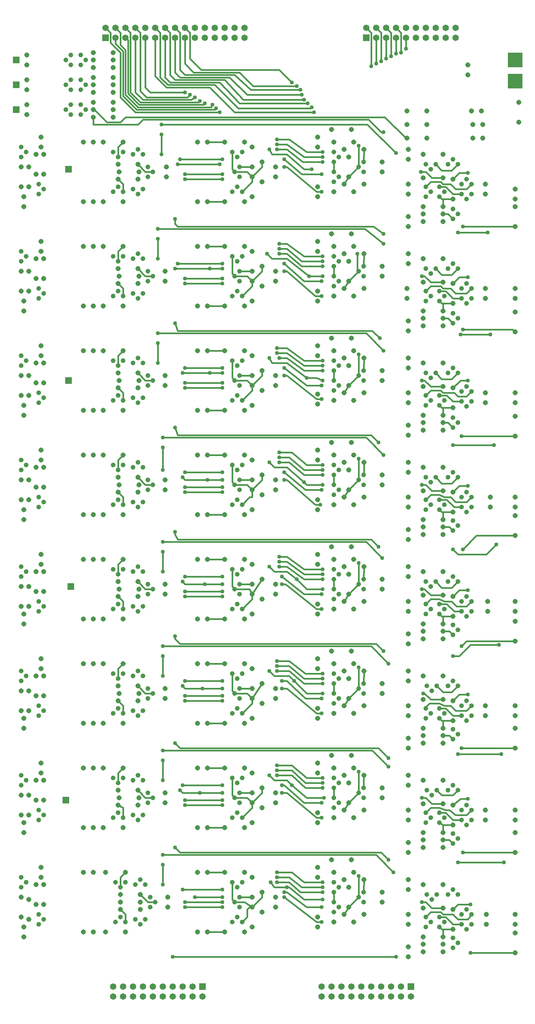
<source format=gtl>
G75*
G70*
%OFA0B0*%
%FSLAX24Y24*%
%IPPOS*%
%LPD*%
%AMOC8*
5,1,8,0,0,1.08239X$1,22.5*
%
%ADD10C,0.0515*%
%ADD11C,0.0476*%
%ADD12R,0.0650X0.0650*%
%ADD13C,0.0650*%
%ADD14R,0.0709X0.0709*%
%ADD15R,0.1500X0.1500*%
%ADD16C,0.0160*%
%ADD17C,0.0400*%
D10*
X001850Y010125D03*
X001850Y011125D03*
X002350Y011875D03*
X001600Y012125D03*
X002350Y013875D03*
X001600Y014125D03*
X003100Y013375D03*
X003850Y013375D03*
X003850Y015375D03*
X003600Y016125D03*
X003100Y015375D03*
X003600Y017125D03*
X001850Y020625D03*
X001850Y021625D03*
X001600Y022375D03*
X002350Y022375D03*
X003100Y023875D03*
X002350Y024375D03*
X001600Y024375D03*
X003100Y025875D03*
X003600Y026625D03*
X003850Y025875D03*
X003600Y027625D03*
X001850Y031125D03*
X001850Y032125D03*
X001600Y032875D03*
X002350Y032875D03*
X003100Y034375D03*
X002350Y034875D03*
X001600Y034875D03*
X003100Y036375D03*
X003600Y037125D03*
X003850Y036375D03*
X003600Y038125D03*
X001850Y041625D03*
X001850Y042625D03*
X001600Y043375D03*
X002350Y043375D03*
X003100Y044875D03*
X002350Y045375D03*
X001600Y045375D03*
X003100Y046875D03*
X003600Y047625D03*
X003850Y046875D03*
X003600Y048625D03*
X003850Y044875D03*
X007850Y042125D03*
X008850Y042125D03*
X009850Y042125D03*
X011350Y044375D03*
X011475Y045125D03*
X011350Y045875D03*
X011850Y048125D03*
X013350Y045875D03*
X013475Y045125D03*
X013350Y044375D03*
X011850Y042125D03*
X011850Y037625D03*
X011350Y035375D03*
X011475Y034625D03*
X011350Y033875D03*
X011850Y031625D03*
X013350Y033875D03*
X013475Y034625D03*
X013350Y035375D03*
X016100Y035125D03*
X016100Y034125D03*
X019350Y031625D03*
X020350Y031625D03*
X022100Y031625D03*
X024100Y031625D03*
X024850Y032125D03*
X025850Y033625D03*
X024850Y034125D03*
X024850Y035125D03*
X025850Y035625D03*
X024850Y037125D03*
X024100Y037625D03*
X022100Y037625D03*
X020350Y037625D03*
X019350Y037625D03*
X019350Y042125D03*
X020350Y042125D03*
X022100Y042125D03*
X024100Y042125D03*
X024850Y042625D03*
X025850Y044125D03*
X024850Y044625D03*
X024850Y045625D03*
X025850Y046125D03*
X024850Y047625D03*
X024100Y048125D03*
X022100Y048125D03*
X020350Y048125D03*
X019350Y048125D03*
X019350Y052625D03*
X020350Y052625D03*
X022100Y052625D03*
X024100Y052625D03*
X024850Y053125D03*
X025850Y054625D03*
X024850Y055125D03*
X024850Y056125D03*
X024850Y058125D03*
X024100Y058625D03*
X025850Y056625D03*
X027225Y056125D03*
X027225Y055125D03*
X024100Y063125D03*
X024850Y063625D03*
X025850Y065125D03*
X024850Y065625D03*
X024850Y066625D03*
X024850Y068625D03*
X024100Y069125D03*
X025850Y067125D03*
X027225Y066625D03*
X027225Y065625D03*
X024100Y073625D03*
X024850Y074125D03*
X024850Y076125D03*
X024850Y077125D03*
X025850Y077625D03*
X024850Y079125D03*
X024100Y079625D03*
X022100Y079625D03*
X020350Y079625D03*
X019350Y079625D03*
X019350Y084125D03*
X020350Y084125D03*
X022100Y084125D03*
X024100Y084125D03*
X024850Y084625D03*
X024850Y086625D03*
X024850Y087625D03*
X025850Y088125D03*
X024850Y089625D03*
X024100Y090125D03*
X022100Y090125D03*
X020350Y090125D03*
X019350Y090125D03*
X016225Y087625D03*
X016225Y086625D03*
X013475Y087125D03*
X013350Y086375D03*
X013350Y087875D03*
X011850Y090125D03*
X011350Y087875D03*
X011475Y087125D03*
X011350Y086375D03*
X011850Y084125D03*
X009850Y084125D03*
X008850Y084125D03*
X007850Y084125D03*
X007850Y079625D03*
X008850Y079625D03*
X009850Y079625D03*
X011350Y077375D03*
X011475Y076625D03*
X011350Y075875D03*
X011850Y073625D03*
X013350Y075875D03*
X013475Y076625D03*
X013350Y077375D03*
X011850Y079625D03*
X009850Y073625D03*
X008850Y073625D03*
X007850Y073625D03*
X007850Y069125D03*
X008850Y069125D03*
X009850Y069125D03*
X011350Y066875D03*
X011475Y066125D03*
X011350Y065375D03*
X011850Y063125D03*
X013350Y065375D03*
X013475Y066125D03*
X013350Y066875D03*
X011850Y069125D03*
X009850Y063125D03*
X008850Y063125D03*
X007850Y063125D03*
X007850Y058625D03*
X008850Y058625D03*
X009850Y058625D03*
X011350Y056375D03*
X011475Y055625D03*
X011350Y054875D03*
X011850Y052625D03*
X013350Y054875D03*
X013475Y055625D03*
X013350Y056375D03*
X011850Y058625D03*
X009850Y052625D03*
X008850Y052625D03*
X007850Y052625D03*
X007850Y048125D03*
X008850Y048125D03*
X009850Y048125D03*
X009850Y037625D03*
X008850Y037625D03*
X007850Y037625D03*
X007850Y031625D03*
X008850Y031625D03*
X009850Y031625D03*
X009850Y027125D03*
X008850Y027125D03*
X007850Y027125D03*
X007850Y021125D03*
X008850Y021125D03*
X009850Y021125D03*
X011350Y023375D03*
X011475Y024125D03*
X011350Y024875D03*
X011850Y027125D03*
X013350Y024875D03*
X013475Y024125D03*
X013350Y023375D03*
X011850Y021125D03*
X012100Y016625D03*
X011600Y014375D03*
X011600Y013625D03*
X011600Y012875D03*
X012100Y010625D03*
X013600Y012875D03*
X013600Y013625D03*
X013600Y014375D03*
X016350Y014125D03*
X016350Y013125D03*
X019350Y010625D03*
X020350Y010625D03*
X022100Y010625D03*
X024100Y010625D03*
X024850Y011125D03*
X025850Y012625D03*
X024850Y013125D03*
X024850Y014125D03*
X025850Y014625D03*
X024850Y016125D03*
X024100Y016625D03*
X022100Y016625D03*
X020350Y016625D03*
X019350Y016625D03*
X019350Y021125D03*
X020350Y021125D03*
X022100Y021125D03*
X024100Y021125D03*
X024850Y021625D03*
X025850Y023125D03*
X024850Y023625D03*
X024850Y024625D03*
X025850Y025125D03*
X024850Y026625D03*
X024100Y027125D03*
X022100Y027125D03*
X020350Y027125D03*
X019350Y027125D03*
X016100Y024625D03*
X016100Y023625D03*
X010100Y016625D03*
X008850Y016625D03*
X007850Y016625D03*
X007850Y010625D03*
X008850Y010625D03*
X010100Y010625D03*
X003850Y023875D03*
X003850Y034375D03*
X001850Y052125D03*
X001850Y053125D03*
X001600Y054125D03*
X002350Y054125D03*
X003100Y055375D03*
X002350Y056125D03*
X001600Y056125D03*
X003100Y057375D03*
X003600Y058125D03*
X003850Y057375D03*
X003600Y059125D03*
X003850Y055375D03*
X001850Y062625D03*
X001850Y063625D03*
X001600Y064625D03*
X002350Y064625D03*
X003100Y065875D03*
X002350Y066625D03*
X001600Y066625D03*
X003100Y067875D03*
X003600Y068625D03*
X003850Y067875D03*
X003600Y069625D03*
X003850Y065875D03*
X001850Y073125D03*
X001850Y074125D03*
X001600Y075125D03*
X002350Y075125D03*
X003100Y076375D03*
X002350Y077125D03*
X001600Y077125D03*
X003100Y078375D03*
X003600Y079125D03*
X003850Y078375D03*
X003600Y080125D03*
X003850Y076375D03*
X001850Y083625D03*
X001850Y084625D03*
X001600Y085625D03*
X002350Y085625D03*
X003100Y086875D03*
X002350Y087625D03*
X001600Y087625D03*
X003100Y088875D03*
X003600Y089625D03*
X003850Y088875D03*
X003600Y090625D03*
X002150Y092875D03*
X002150Y093875D03*
X002150Y095375D03*
X002150Y096375D03*
X002150Y097875D03*
X002150Y098875D03*
X007850Y090125D03*
X008850Y090125D03*
X009850Y090125D03*
X008850Y092625D03*
X008850Y093375D03*
X008850Y094125D03*
X008850Y095125D03*
X008850Y095875D03*
X008850Y096625D03*
X008850Y097625D03*
X008850Y098375D03*
X008850Y099125D03*
X010850Y099125D03*
X010850Y098375D03*
X010850Y097625D03*
X010850Y096625D03*
X010850Y095875D03*
X010850Y095125D03*
X010850Y094125D03*
X010850Y093375D03*
X010850Y092625D03*
X003850Y086875D03*
X016100Y077125D03*
X016100Y076125D03*
X019350Y073625D03*
X020350Y073625D03*
X022100Y073625D03*
X022100Y069125D03*
X020350Y069125D03*
X019350Y069125D03*
X016100Y066625D03*
X016100Y065625D03*
X019350Y063125D03*
X020350Y063125D03*
X022100Y063125D03*
X022100Y058625D03*
X020350Y058625D03*
X019350Y058625D03*
X016100Y056125D03*
X016100Y055125D03*
X016100Y045625D03*
X016100Y044625D03*
X027225Y044625D03*
X027225Y045625D03*
X031475Y043625D03*
X031475Y042625D03*
X033100Y043125D03*
X034130Y043875D03*
X034600Y044625D03*
X035100Y043125D03*
X036130Y043875D03*
X034600Y046625D03*
X034130Y047375D03*
X035100Y048125D03*
X034850Y049375D03*
X036130Y047375D03*
X037975Y046125D03*
X037975Y045125D03*
X040600Y043875D03*
X040600Y042875D03*
X040600Y040625D03*
X040600Y039625D03*
X042100Y040125D03*
X042100Y040875D03*
X042100Y041625D03*
X044100Y041625D03*
X044100Y040875D03*
X044100Y040125D03*
X045100Y042375D03*
X045100Y044375D03*
X044100Y044500D03*
X044100Y046875D03*
X042100Y046875D03*
X042100Y044500D03*
X040600Y046375D03*
X040600Y047375D03*
X040600Y050125D03*
X040600Y051125D03*
X040600Y053375D03*
X040600Y054375D03*
X040600Y056875D03*
X040600Y057875D03*
X042100Y057375D03*
X042100Y055000D03*
X044100Y055000D03*
X045100Y054875D03*
X045100Y052875D03*
X044100Y052125D03*
X044100Y051375D03*
X044100Y050625D03*
X042100Y050625D03*
X042100Y051375D03*
X042100Y052125D03*
X044100Y057375D03*
X044100Y061125D03*
X044100Y061875D03*
X044100Y062625D03*
X045100Y063375D03*
X045100Y065375D03*
X044100Y065500D03*
X042100Y065500D03*
X042100Y062625D03*
X042100Y061875D03*
X042100Y061125D03*
X040600Y060625D03*
X040600Y061625D03*
X040600Y063875D03*
X040600Y064875D03*
X040600Y067375D03*
X040600Y068375D03*
X042100Y067875D03*
X044100Y067875D03*
X044100Y071625D03*
X044100Y072375D03*
X044100Y073125D03*
X045100Y073875D03*
X045100Y075875D03*
X044100Y076000D03*
X042100Y076000D03*
X042100Y073125D03*
X042100Y072375D03*
X042100Y071625D03*
X040600Y071125D03*
X040600Y072125D03*
X040475Y074375D03*
X040475Y075375D03*
X040600Y077875D03*
X040600Y078875D03*
X042100Y078375D03*
X044100Y078375D03*
X044100Y082125D03*
X044100Y082875D03*
X044100Y083625D03*
X045100Y084375D03*
X045100Y086375D03*
X044100Y086500D03*
X042100Y086500D03*
X042100Y083625D03*
X042100Y082875D03*
X042100Y082125D03*
X040600Y081625D03*
X040600Y082625D03*
X040600Y084875D03*
X040600Y085875D03*
X040600Y088375D03*
X040600Y089375D03*
X040475Y090500D03*
X040475Y091875D03*
X040475Y093250D03*
X042475Y093250D03*
X042475Y091875D03*
X042475Y090500D03*
X042100Y088875D03*
X044100Y088875D03*
X047100Y090500D03*
X047100Y091875D03*
X048100Y091875D03*
X048100Y090500D03*
X047975Y093250D03*
X046975Y093250D03*
X046600Y096875D03*
X046600Y097875D03*
X051725Y094125D03*
X051725Y092125D03*
X051350Y085375D03*
X051350Y084375D03*
X051350Y083625D03*
X051350Y081625D03*
X048350Y084875D03*
X048350Y085875D03*
X048350Y075375D03*
X048350Y074375D03*
X051350Y074375D03*
X051350Y075375D03*
X051350Y073000D03*
X051350Y071000D03*
X051350Y064875D03*
X051350Y063875D03*
X051350Y062500D03*
X051350Y060500D03*
X048350Y063875D03*
X048350Y064875D03*
X048850Y054375D03*
X048850Y053375D03*
X051350Y053375D03*
X051350Y052500D03*
X051350Y054375D03*
X051350Y050500D03*
X051350Y043875D03*
X051350Y042875D03*
X051350Y041875D03*
X051350Y039875D03*
X048600Y042875D03*
X048600Y043875D03*
X044100Y036375D03*
X044100Y034000D03*
X045100Y033875D03*
X045100Y031875D03*
X044100Y031125D03*
X044100Y030375D03*
X044100Y029625D03*
X042100Y029625D03*
X042100Y030375D03*
X042100Y031125D03*
X040600Y030125D03*
X040600Y029125D03*
X040600Y026375D03*
X040600Y025375D03*
X040600Y022875D03*
X040600Y021875D03*
X040600Y019625D03*
X040600Y018625D03*
X040600Y015875D03*
X040600Y014875D03*
X042100Y015375D03*
X042100Y013000D03*
X040600Y012375D03*
X040600Y011375D03*
X040600Y009125D03*
X040600Y008125D03*
X042100Y008625D03*
X042100Y009375D03*
X042100Y010125D03*
X044100Y010125D03*
X044100Y009375D03*
X044100Y008625D03*
X045100Y010875D03*
X045100Y012875D03*
X044100Y013000D03*
X044100Y015375D03*
X044100Y019125D03*
X044100Y019875D03*
X044100Y020625D03*
X045100Y021375D03*
X045100Y023375D03*
X044100Y023500D03*
X044100Y025875D03*
X042100Y025875D03*
X042100Y023500D03*
X042100Y020625D03*
X042100Y019875D03*
X042100Y019125D03*
X037975Y014625D03*
X037975Y013625D03*
X036130Y012375D03*
X035100Y011625D03*
X034130Y012375D03*
X034600Y013125D03*
X034600Y015125D03*
X034130Y015875D03*
X035100Y016625D03*
X034850Y017875D03*
X036130Y015875D03*
X033100Y016625D03*
X032850Y017875D03*
X031475Y017125D03*
X031475Y016125D03*
X031475Y012125D03*
X031475Y011125D03*
X033100Y011625D03*
X031475Y021625D03*
X031475Y022625D03*
X033100Y022125D03*
X034130Y022875D03*
X034600Y023625D03*
X035100Y022125D03*
X036130Y022875D03*
X034600Y025625D03*
X034130Y026375D03*
X035100Y027125D03*
X034850Y028375D03*
X036130Y026375D03*
X037975Y025125D03*
X037975Y024125D03*
X040600Y032375D03*
X040600Y033375D03*
X040600Y035875D03*
X040600Y036875D03*
X042100Y036375D03*
X042100Y034000D03*
X037975Y034625D03*
X037975Y035625D03*
X036130Y036875D03*
X035100Y037625D03*
X034130Y036875D03*
X034600Y036125D03*
X034600Y034125D03*
X034130Y033375D03*
X035100Y032625D03*
X036130Y033375D03*
X033100Y032625D03*
X031475Y032125D03*
X031475Y033125D03*
X031475Y037125D03*
X031475Y038125D03*
X032850Y038875D03*
X033100Y037625D03*
X034850Y038875D03*
X031475Y047625D03*
X031475Y048625D03*
X032850Y049375D03*
X033100Y048125D03*
X031475Y053125D03*
X031475Y054125D03*
X033100Y053625D03*
X034130Y054375D03*
X034600Y055125D03*
X035100Y053625D03*
X036130Y054375D03*
X034600Y057125D03*
X034130Y057875D03*
X035100Y058625D03*
X034850Y059875D03*
X036130Y057875D03*
X037975Y056625D03*
X037975Y055625D03*
X035100Y064125D03*
X034130Y064875D03*
X034600Y065625D03*
X034600Y067625D03*
X034130Y068375D03*
X035100Y069125D03*
X034850Y070375D03*
X036130Y068375D03*
X036130Y064875D03*
X037975Y066125D03*
X037975Y067125D03*
X035100Y074625D03*
X034130Y075375D03*
X034600Y076125D03*
X036130Y075375D03*
X034600Y078125D03*
X034130Y078875D03*
X035100Y079625D03*
X034850Y080875D03*
X036130Y078875D03*
X037975Y077625D03*
X037975Y076625D03*
X035100Y085125D03*
X034130Y085875D03*
X034600Y086625D03*
X036130Y085875D03*
X034600Y088625D03*
X034130Y089375D03*
X035100Y090125D03*
X034850Y091375D03*
X036130Y089375D03*
X037975Y088125D03*
X037975Y087125D03*
X033100Y085125D03*
X031475Y085625D03*
X031475Y084625D03*
X032850Y080875D03*
X033100Y079625D03*
X031475Y079125D03*
X031475Y080125D03*
X031475Y075125D03*
X031475Y074125D03*
X033100Y074625D03*
X032850Y070375D03*
X033100Y069125D03*
X031475Y068625D03*
X031475Y069625D03*
X031475Y064750D03*
X031475Y063750D03*
X033100Y064125D03*
X032850Y059875D03*
X033100Y058625D03*
X031475Y058125D03*
X031475Y059125D03*
X025850Y075625D03*
X027225Y076125D03*
X027225Y077125D03*
X025850Y086125D03*
X027225Y086625D03*
X027225Y087625D03*
X031475Y089625D03*
X031475Y090625D03*
X032850Y091375D03*
X033100Y090125D03*
X027225Y035125D03*
X027225Y034125D03*
X031475Y027625D03*
X031475Y026625D03*
X032850Y028375D03*
X033100Y027125D03*
X027225Y024625D03*
X027225Y023625D03*
X027225Y014125D03*
X027225Y013125D03*
X048350Y021875D03*
X048350Y022875D03*
X051350Y022875D03*
X051350Y021875D03*
X051350Y020625D03*
X051350Y018625D03*
X051350Y012375D03*
X051350Y011375D03*
X051350Y010500D03*
X051350Y008500D03*
X048475Y011375D03*
X048475Y012375D03*
X051350Y029125D03*
X051350Y031125D03*
X051350Y032375D03*
X051350Y033375D03*
X048350Y033375D03*
X048350Y032375D03*
D11*
X046975Y032375D03*
X046475Y031875D03*
X045975Y032375D03*
X045975Y033375D03*
X046475Y033875D03*
X046975Y033375D03*
X045600Y035375D03*
X045100Y035875D03*
X044600Y035375D03*
X043475Y035375D03*
X042975Y034875D03*
X042475Y035375D03*
X042350Y033125D03*
X042850Y032625D03*
X042350Y032125D03*
X043725Y032125D03*
X044225Y032625D03*
X043725Y033125D03*
X045100Y031000D03*
X045600Y030500D03*
X045100Y030000D03*
X045100Y025375D03*
X044600Y024875D03*
X045600Y024875D03*
X046475Y023375D03*
X045975Y022875D03*
X045975Y021875D03*
X046475Y021375D03*
X046975Y021875D03*
X046975Y022875D03*
X045600Y020000D03*
X045100Y020500D03*
X045100Y019500D03*
X043725Y021625D03*
X044225Y022125D03*
X043725Y022625D03*
X042850Y022125D03*
X042350Y022625D03*
X042350Y021625D03*
X042975Y024375D03*
X042475Y024875D03*
X043475Y024875D03*
X045100Y014875D03*
X044600Y014375D03*
X045600Y014375D03*
X046475Y012875D03*
X045975Y012375D03*
X045975Y011375D03*
X046475Y010875D03*
X046975Y011375D03*
X046975Y012375D03*
X045600Y009500D03*
X045100Y010000D03*
X045100Y009000D03*
X043725Y011125D03*
X044225Y011625D03*
X043725Y012125D03*
X042850Y011625D03*
X042350Y012125D03*
X042350Y011125D03*
X042975Y013875D03*
X042475Y014375D03*
X043475Y014375D03*
X036100Y014625D03*
X035600Y014125D03*
X036100Y013625D03*
X033600Y013125D03*
X033100Y012625D03*
X033100Y013625D03*
X033100Y014625D03*
X033600Y015125D03*
X033100Y015625D03*
X033100Y023125D03*
X033600Y023625D03*
X033100Y024125D03*
X033100Y025125D03*
X033600Y025625D03*
X033100Y026125D03*
X035600Y024625D03*
X036100Y024125D03*
X036100Y025125D03*
X033100Y033625D03*
X033600Y034125D03*
X033100Y034625D03*
X033100Y035625D03*
X033600Y036125D03*
X033100Y036625D03*
X035600Y035125D03*
X036100Y034625D03*
X036100Y035625D03*
X033100Y044125D03*
X033600Y044625D03*
X033100Y045125D03*
X033100Y046125D03*
X033600Y046625D03*
X033100Y047125D03*
X035600Y045625D03*
X036100Y045125D03*
X036100Y046125D03*
X033100Y054625D03*
X033600Y055125D03*
X033100Y055625D03*
X033100Y056625D03*
X033600Y057125D03*
X033100Y057625D03*
X035600Y056125D03*
X036100Y055625D03*
X036100Y056625D03*
X033100Y065125D03*
X033600Y065625D03*
X033100Y066125D03*
X033100Y067125D03*
X033600Y067625D03*
X033100Y068125D03*
X035600Y066625D03*
X036100Y066125D03*
X036100Y067125D03*
X033100Y075625D03*
X033600Y076125D03*
X033100Y076625D03*
X033100Y077625D03*
X033600Y078125D03*
X033100Y078625D03*
X035600Y077125D03*
X036100Y077625D03*
X036100Y076625D03*
X033100Y086125D03*
X033600Y086625D03*
X033100Y087125D03*
X033100Y088125D03*
X033600Y088625D03*
X033100Y089125D03*
X035600Y087625D03*
X036100Y088125D03*
X036100Y087125D03*
X042350Y087875D03*
X042850Y087375D03*
X043350Y087875D03*
X044600Y087875D03*
X045100Y088375D03*
X045600Y087875D03*
X046475Y086375D03*
X045975Y085875D03*
X045975Y084875D03*
X046475Y084375D03*
X046975Y084875D03*
X046975Y085875D03*
X045600Y082875D03*
X045100Y082375D03*
X045100Y083375D03*
X043725Y084625D03*
X044225Y085125D03*
X043725Y085625D03*
X042850Y085125D03*
X042350Y085625D03*
X042350Y084625D03*
X042350Y077375D03*
X042850Y076875D03*
X043350Y077375D03*
X044600Y077375D03*
X045100Y077875D03*
X045600Y077375D03*
X046475Y075875D03*
X045975Y075375D03*
X045975Y074375D03*
X046475Y073875D03*
X046975Y074375D03*
X046975Y075375D03*
X045600Y072375D03*
X045100Y071875D03*
X045100Y072875D03*
X043725Y074125D03*
X044225Y074625D03*
X043725Y075125D03*
X042850Y074625D03*
X042350Y075125D03*
X042350Y074125D03*
X042350Y066875D03*
X042850Y066375D03*
X043350Y066875D03*
X044600Y066875D03*
X045100Y067375D03*
X045600Y066875D03*
X046475Y065500D03*
X045975Y065000D03*
X045975Y064000D03*
X046475Y063500D03*
X046975Y064000D03*
X046975Y065000D03*
X045600Y061875D03*
X045100Y062375D03*
X045100Y061375D03*
X043725Y063625D03*
X044225Y064125D03*
X043725Y064625D03*
X042850Y064125D03*
X042350Y064625D03*
X042350Y063625D03*
X042350Y056375D03*
X042850Y055875D03*
X043350Y056375D03*
X044600Y056375D03*
X045100Y056875D03*
X045600Y056375D03*
X046475Y054875D03*
X045975Y054375D03*
X045975Y053375D03*
X046475Y052875D03*
X046975Y053375D03*
X046975Y054375D03*
X045600Y051500D03*
X045100Y052000D03*
X045100Y051000D03*
X043725Y053125D03*
X044225Y053625D03*
X043725Y054125D03*
X042850Y053625D03*
X042350Y054125D03*
X042350Y053125D03*
X042350Y045875D03*
X042850Y045375D03*
X043350Y045875D03*
X044600Y045875D03*
X045100Y046375D03*
X045600Y045875D03*
X046475Y044375D03*
X045975Y043875D03*
X045975Y042875D03*
X046475Y042375D03*
X046975Y042875D03*
X046975Y043875D03*
X045600Y041000D03*
X045100Y041500D03*
X045100Y040500D03*
X043725Y042625D03*
X044225Y043125D03*
X043725Y043625D03*
X042850Y043125D03*
X042350Y043625D03*
X042350Y042625D03*
X023850Y043125D03*
X023350Y043625D03*
X022850Y043125D03*
X023600Y044625D03*
X023100Y045125D03*
X023600Y045625D03*
X023350Y046625D03*
X022850Y047125D03*
X023850Y047125D03*
X023850Y053625D03*
X023350Y054125D03*
X022850Y053625D03*
X023600Y055125D03*
X023100Y055625D03*
X023600Y056125D03*
X023350Y057125D03*
X022850Y057625D03*
X023850Y057625D03*
X023850Y064125D03*
X023350Y064625D03*
X022850Y064125D03*
X023600Y065625D03*
X023100Y066125D03*
X023600Y066625D03*
X023350Y067625D03*
X022850Y068125D03*
X023850Y068125D03*
X023850Y074625D03*
X023350Y075125D03*
X022850Y074625D03*
X023600Y076125D03*
X023100Y076625D03*
X023600Y077125D03*
X023350Y078125D03*
X022850Y078625D03*
X023850Y078625D03*
X023850Y085125D03*
X023350Y085625D03*
X022850Y085125D03*
X023600Y086625D03*
X023100Y087125D03*
X023600Y087625D03*
X023350Y088625D03*
X022850Y089125D03*
X023850Y089125D03*
X014850Y087125D03*
X014350Y086625D03*
X014350Y087625D03*
X013850Y088875D03*
X013350Y089375D03*
X012850Y088875D03*
X011850Y089125D03*
X011350Y088625D03*
X010850Y089125D03*
X011350Y085625D03*
X010850Y085125D03*
X011850Y085125D03*
X012850Y085375D03*
X013350Y084875D03*
X013850Y085375D03*
X013350Y078875D03*
X012850Y078375D03*
X013850Y078375D03*
X014350Y077125D03*
X014850Y076625D03*
X014350Y076125D03*
X013850Y074875D03*
X013350Y074375D03*
X012850Y074875D03*
X011850Y074625D03*
X011350Y075125D03*
X010850Y074625D03*
X011350Y078125D03*
X010850Y078625D03*
X011850Y078625D03*
X013350Y068375D03*
X012850Y067875D03*
X013850Y067875D03*
X014350Y066625D03*
X014850Y066125D03*
X014350Y065625D03*
X013850Y064375D03*
X013350Y063875D03*
X012850Y064375D03*
X011850Y064125D03*
X011350Y064625D03*
X010850Y064125D03*
X011350Y067625D03*
X010850Y068125D03*
X011850Y068125D03*
X013350Y057875D03*
X012850Y057375D03*
X013850Y057375D03*
X014350Y056125D03*
X014850Y055625D03*
X014350Y055125D03*
X013850Y053875D03*
X013350Y053375D03*
X012850Y053875D03*
X011850Y053625D03*
X011350Y054125D03*
X010850Y053625D03*
X011350Y057125D03*
X010850Y057625D03*
X011850Y057625D03*
X013350Y047375D03*
X012850Y046875D03*
X013850Y046875D03*
X014350Y045625D03*
X014850Y045125D03*
X014350Y044625D03*
X013850Y043375D03*
X013350Y042875D03*
X012850Y043375D03*
X011850Y043125D03*
X011350Y043625D03*
X010850Y043125D03*
X011350Y046625D03*
X010850Y047125D03*
X011850Y047125D03*
X013350Y036875D03*
X012850Y036375D03*
X013850Y036375D03*
X014350Y035125D03*
X014850Y034625D03*
X014350Y034125D03*
X013850Y032875D03*
X013350Y032375D03*
X012850Y032875D03*
X011850Y032625D03*
X011350Y033125D03*
X010850Y032625D03*
X011350Y036125D03*
X010850Y036625D03*
X011850Y036625D03*
X013350Y026375D03*
X012850Y025875D03*
X013850Y025875D03*
X014350Y024625D03*
X014850Y024125D03*
X014350Y023625D03*
X013850Y022375D03*
X013350Y021875D03*
X012850Y022375D03*
X011850Y022125D03*
X011350Y022625D03*
X010850Y022125D03*
X011350Y025625D03*
X010850Y026125D03*
X011850Y026125D03*
X013600Y015875D03*
X013100Y015375D03*
X014100Y015375D03*
X014600Y014125D03*
X015100Y013625D03*
X014600Y013125D03*
X014100Y011875D03*
X013600Y011375D03*
X013100Y011875D03*
X012100Y011625D03*
X011600Y012125D03*
X011100Y011625D03*
X011600Y015125D03*
X011100Y015625D03*
X012100Y015625D03*
X003850Y011875D03*
X003350Y011375D03*
X003350Y012375D03*
X001600Y015125D03*
X002100Y015625D03*
X001600Y016125D03*
X003350Y021875D03*
X003850Y022375D03*
X003350Y022875D03*
X001600Y025375D03*
X002100Y025875D03*
X001600Y026375D03*
X003350Y032375D03*
X003850Y032875D03*
X003350Y033375D03*
X001600Y035875D03*
X002100Y036375D03*
X001600Y036875D03*
X003350Y042875D03*
X003850Y043375D03*
X003350Y043875D03*
X001600Y046375D03*
X002100Y046875D03*
X001600Y047375D03*
X003350Y053375D03*
X003850Y053875D03*
X003350Y054375D03*
X001600Y057125D03*
X002100Y057625D03*
X001600Y058125D03*
X003350Y063875D03*
X003850Y064375D03*
X003350Y064875D03*
X001600Y067625D03*
X002100Y068125D03*
X001600Y068625D03*
X003350Y074375D03*
X003850Y074875D03*
X003350Y075375D03*
X001600Y078125D03*
X002100Y078625D03*
X001600Y079125D03*
X003350Y084875D03*
X003850Y085375D03*
X003350Y085875D03*
X001600Y088625D03*
X002100Y089125D03*
X001600Y089625D03*
X006100Y093375D03*
X006600Y092875D03*
X006600Y093875D03*
X007600Y093875D03*
X008100Y093375D03*
X007600Y092875D03*
X007600Y095375D03*
X008100Y095875D03*
X007600Y096375D03*
X007600Y097875D03*
X008100Y098375D03*
X007600Y098875D03*
X006600Y098875D03*
X006100Y098375D03*
X006600Y097875D03*
X006600Y096375D03*
X006100Y095875D03*
X006600Y095375D03*
X022850Y036625D03*
X023350Y036125D03*
X023850Y036625D03*
X023600Y035125D03*
X023100Y034625D03*
X023600Y034125D03*
X023350Y033125D03*
X022850Y032625D03*
X023850Y032625D03*
X023850Y026125D03*
X023350Y025625D03*
X022850Y026125D03*
X023600Y024625D03*
X023100Y024125D03*
X023600Y023625D03*
X023350Y022625D03*
X022850Y022125D03*
X023850Y022125D03*
X023850Y015625D03*
X023350Y015125D03*
X022850Y015625D03*
X023600Y014125D03*
X023100Y013625D03*
X023600Y013125D03*
X023350Y012125D03*
X022850Y011625D03*
X023850Y011625D03*
D12*
X019850Y005125D03*
X040850Y005125D03*
X036350Y100625D03*
X010100Y100625D03*
D13*
X010100Y101625D03*
X011100Y101625D03*
X011100Y100625D03*
X012100Y100625D03*
X012100Y101625D03*
X013100Y101625D03*
X013100Y100625D03*
X014100Y100625D03*
X014100Y101625D03*
X015100Y101625D03*
X015100Y100625D03*
X016100Y100625D03*
X016100Y101625D03*
X017100Y101625D03*
X017100Y100625D03*
X018100Y100625D03*
X018100Y101625D03*
X019100Y101625D03*
X019100Y100625D03*
X020100Y100625D03*
X020100Y101625D03*
X021100Y101625D03*
X021100Y100625D03*
X022100Y100625D03*
X022100Y101625D03*
X023100Y101625D03*
X023100Y100625D03*
X024100Y100625D03*
X024100Y101625D03*
X036350Y101625D03*
X037350Y101625D03*
X037350Y100625D03*
X038350Y100625D03*
X038350Y101625D03*
X039350Y101625D03*
X039350Y100625D03*
X040350Y100625D03*
X040350Y101625D03*
X041350Y101625D03*
X041350Y100625D03*
X042350Y100625D03*
X042350Y101625D03*
X043350Y101625D03*
X043350Y100625D03*
X044350Y100625D03*
X044350Y101625D03*
X045350Y101625D03*
X045350Y100625D03*
X039850Y005125D03*
X039850Y004125D03*
X038850Y004125D03*
X038850Y005125D03*
X037850Y005125D03*
X037850Y004125D03*
X036850Y004125D03*
X036850Y005125D03*
X035850Y005125D03*
X035850Y004125D03*
X034850Y004125D03*
X034850Y005125D03*
X033850Y005125D03*
X033850Y004125D03*
X032850Y004125D03*
X032850Y005125D03*
X031850Y005125D03*
X031850Y004125D03*
X040850Y004125D03*
X019850Y004125D03*
X018850Y004125D03*
X018850Y005125D03*
X017850Y005125D03*
X017850Y004125D03*
X016850Y004125D03*
X016850Y005125D03*
X015850Y005125D03*
X015850Y004125D03*
X014850Y004125D03*
X014850Y005125D03*
X013850Y005125D03*
X013850Y004125D03*
X012850Y004125D03*
X012850Y005125D03*
X011850Y005125D03*
X011850Y004125D03*
X010850Y004125D03*
X010850Y005125D03*
D14*
X006100Y023875D03*
X006600Y045375D03*
X006350Y066125D03*
X006350Y087375D03*
X001100Y093375D03*
X001100Y095875D03*
X001100Y098375D03*
D15*
X051350Y098375D03*
X051350Y096250D03*
D16*
X046600Y087000D02*
X045725Y087000D01*
X045100Y086375D01*
X044850Y085875D02*
X045350Y085375D01*
X046475Y085375D01*
X046975Y085875D01*
X045975Y084875D02*
X045100Y084875D01*
X044350Y085625D01*
X043725Y085625D01*
X044100Y085875D02*
X044850Y085875D01*
X044975Y087250D02*
X045600Y087875D01*
X044975Y087250D02*
X043975Y087250D01*
X043350Y087875D01*
X042350Y087125D02*
X042975Y086500D01*
X044100Y086500D01*
X043850Y086125D02*
X044100Y085875D01*
X043850Y086125D02*
X042850Y086125D01*
X042350Y085625D01*
X042350Y087125D02*
X041850Y087125D01*
X040475Y090500D02*
X040350Y090500D01*
X038225Y092625D01*
X012100Y092625D01*
X011600Y092125D01*
X010225Y092125D01*
X008975Y093375D01*
X008850Y093375D01*
X008850Y092625D02*
X008850Y091875D01*
X013350Y091875D01*
X013850Y092375D01*
X036600Y092375D01*
X037850Y091125D01*
X038100Y091125D01*
X036475Y091875D02*
X039350Y089000D01*
X036475Y091875D02*
X015725Y091875D01*
X015725Y090875D02*
X015725Y088875D01*
X014850Y087125D02*
X014100Y087125D01*
X013350Y087875D01*
X011850Y085875D02*
X011850Y085125D01*
X011850Y085875D02*
X011350Y086375D01*
X011350Y088625D02*
X011350Y089625D01*
X011850Y090125D01*
X013100Y093125D02*
X021600Y093125D01*
X021225Y093500D02*
X021100Y093375D01*
X013225Y093375D01*
X011850Y094750D01*
X011850Y099250D01*
X011100Y100000D01*
X011100Y100625D01*
X010600Y100125D02*
X011600Y099125D01*
X011600Y094625D01*
X013100Y093125D01*
X013350Y093625D02*
X012100Y094875D01*
X012100Y099375D01*
X011600Y099875D01*
X011600Y101125D01*
X011100Y101625D01*
X010600Y101125D02*
X010600Y100125D01*
X010600Y101125D02*
X010100Y101625D01*
X012100Y101625D02*
X012600Y101125D01*
X012600Y095125D01*
X013600Y094125D01*
X019475Y094125D01*
X019600Y094250D01*
X019975Y093875D02*
X013475Y093875D01*
X012350Y095000D01*
X012350Y100375D01*
X012100Y100625D01*
X013100Y100625D02*
X013100Y095125D01*
X013850Y094375D01*
X018725Y094375D01*
X019100Y094625D01*
X018600Y094875D02*
X018350Y094625D01*
X014225Y094625D01*
X013600Y095250D01*
X013600Y101125D01*
X013100Y101625D01*
X014100Y100625D02*
X014100Y095625D01*
X014600Y095125D01*
X018100Y095125D01*
X017600Y096625D02*
X017100Y097125D01*
X017100Y100625D01*
X017600Y101125D02*
X017100Y101625D01*
X016600Y101125D02*
X016600Y096875D01*
X017100Y096375D01*
X022100Y096375D01*
X023975Y094375D01*
X030100Y094375D01*
X030475Y094000D02*
X023600Y094000D01*
X021600Y096125D01*
X016600Y096125D01*
X016100Y096625D01*
X016100Y100625D01*
X016600Y101125D02*
X016100Y101625D01*
X015600Y101125D02*
X015600Y096625D01*
X016350Y095875D01*
X021100Y095875D01*
X023475Y093500D01*
X030725Y093500D01*
X030850Y093625D01*
X031100Y093125D02*
X023100Y093125D01*
X020600Y095625D01*
X016225Y095625D01*
X015100Y096750D01*
X015100Y100625D01*
X015600Y101125D02*
X015100Y101625D01*
X017600Y101125D02*
X017600Y097375D01*
X018100Y096875D01*
X023100Y096875D01*
X024725Y095375D01*
X029725Y095375D01*
X029850Y094875D02*
X024350Y094875D01*
X022600Y096625D01*
X017600Y096625D01*
X018100Y098000D02*
X018975Y097125D01*
X023600Y097125D01*
X024975Y095750D01*
X029350Y095750D01*
X028850Y096125D02*
X027600Y097375D01*
X019725Y097375D01*
X018600Y098500D01*
X018600Y101125D01*
X018100Y101625D01*
X018100Y100625D02*
X018100Y098000D01*
X020100Y094000D02*
X019975Y093875D01*
X020725Y093625D02*
X013350Y093625D01*
X017350Y087875D02*
X021600Y087875D01*
X021850Y088375D02*
X017600Y088375D01*
X018100Y086875D02*
X021850Y086875D01*
X021850Y086375D02*
X018100Y086375D01*
X020350Y084125D02*
X022100Y084125D01*
X023850Y085125D02*
X024850Y086125D01*
X024850Y086625D01*
X025850Y087625D01*
X025850Y088125D01*
X024850Y087625D02*
X023600Y087625D01*
X023100Y087125D02*
X022850Y087375D01*
X022850Y089125D01*
X022100Y090125D02*
X020350Y090125D01*
X020725Y093625D02*
X020850Y093875D01*
X023100Y087125D02*
X024350Y087125D01*
X024850Y086625D01*
X026850Y088875D02*
X026600Y089375D01*
X026850Y088875D02*
X028350Y088875D01*
X030100Y087375D01*
X030850Y087375D01*
X029850Y086875D02*
X028100Y088375D01*
X028100Y087625D02*
X028350Y087625D01*
X031350Y085125D01*
X031850Y085125D01*
X031850Y086875D02*
X029850Y086875D01*
X029975Y088125D02*
X028350Y089375D01*
X027350Y089375D01*
X027350Y089875D02*
X028350Y089875D01*
X030100Y088625D01*
X031975Y088625D01*
X031975Y088125D02*
X029975Y088125D01*
X030350Y089125D02*
X028600Y090375D01*
X027350Y090375D01*
X030350Y089125D02*
X031975Y089125D01*
X033100Y088125D02*
X033100Y087125D01*
X034600Y086625D02*
X034130Y085875D01*
X034600Y086625D02*
X035600Y087625D01*
X035600Y089750D01*
X036130Y089375D02*
X036100Y088125D01*
X037100Y081625D02*
X017350Y081625D01*
X017100Y081875D01*
X017100Y082375D01*
X015350Y081375D02*
X036225Y081375D01*
X038100Y079875D01*
X038100Y080875D02*
X037100Y081625D01*
X036130Y078875D02*
X036100Y077625D01*
X035600Y077125D02*
X035475Y077250D01*
X035475Y078875D01*
X035600Y077125D02*
X034600Y076125D01*
X034130Y075375D01*
X033100Y076625D02*
X033100Y077625D01*
X031975Y077625D02*
X029850Y077625D01*
X028350Y078875D01*
X027600Y078875D01*
X027600Y079375D02*
X028350Y079375D01*
X029850Y078125D01*
X031975Y078125D01*
X031975Y078625D02*
X030100Y078625D01*
X028350Y079875D01*
X027600Y079875D01*
X026350Y078875D02*
X026850Y078375D01*
X028350Y078375D01*
X030600Y076625D01*
X031975Y076625D01*
X031850Y076125D02*
X030100Y076125D01*
X028100Y077875D01*
X028100Y077125D02*
X028350Y077125D01*
X031225Y074625D01*
X031850Y074625D01*
X028350Y069375D02*
X030100Y068125D01*
X031975Y068125D01*
X031975Y067625D02*
X030100Y067625D01*
X028350Y068875D01*
X027350Y068875D01*
X027350Y069375D02*
X028350Y069375D01*
X028350Y068375D02*
X027600Y068375D01*
X026850Y067875D02*
X026600Y068375D01*
X026850Y067875D02*
X028350Y067875D01*
X030350Y066375D01*
X031350Y066375D01*
X031975Y066125D01*
X031850Y065625D02*
X030350Y065625D01*
X028100Y067375D01*
X028100Y066625D02*
X028350Y066625D01*
X031350Y064250D01*
X031850Y064250D01*
X033100Y066125D02*
X033100Y067125D01*
X031975Y067125D02*
X030100Y067125D01*
X028350Y068375D01*
X025850Y067125D02*
X025850Y066625D01*
X024850Y065625D01*
X024850Y065125D01*
X023850Y064125D01*
X024850Y065625D02*
X024350Y066125D01*
X023100Y066125D01*
X022850Y066375D01*
X022850Y068125D01*
X021850Y067375D02*
X018100Y067375D01*
X017850Y066875D02*
X020600Y066875D01*
X021850Y066875D01*
X021850Y065875D02*
X018100Y065875D01*
X018100Y065375D02*
X021850Y065375D01*
X022100Y063125D02*
X020350Y063125D01*
X020350Y058625D02*
X022100Y058625D01*
X022850Y057625D02*
X022850Y055875D01*
X023100Y055625D01*
X024350Y055625D01*
X024850Y055125D01*
X024850Y054375D01*
X024600Y054375D01*
X023850Y053625D01*
X024850Y055125D02*
X025850Y056125D01*
X025850Y056625D01*
X024850Y056125D02*
X023600Y056125D01*
X021850Y056125D02*
X020350Y056125D01*
X018100Y056125D01*
X017850Y056375D01*
X018100Y056875D02*
X021850Y056875D01*
X021850Y055375D02*
X018100Y055375D01*
X018100Y054875D02*
X021850Y054875D01*
X022100Y052625D02*
X020350Y052625D01*
X020350Y048125D02*
X022100Y048125D01*
X022850Y047125D02*
X022850Y045375D01*
X023100Y045125D01*
X024600Y045125D01*
X024850Y044625D01*
X024850Y044125D01*
X023850Y043125D01*
X024850Y044625D02*
X025850Y046125D01*
X024850Y045625D02*
X023600Y045625D01*
X021850Y045625D02*
X020100Y045625D01*
X018100Y045625D01*
X017850Y045875D01*
X018100Y046375D02*
X021850Y046375D01*
X021850Y044875D02*
X018100Y044875D01*
X018100Y044375D02*
X021850Y044375D01*
X022100Y042125D02*
X020350Y042125D01*
X020350Y037625D02*
X022100Y037625D01*
X022850Y036625D02*
X022850Y034875D01*
X023100Y034625D01*
X024350Y034625D01*
X024850Y034125D01*
X024850Y033625D01*
X023850Y032625D01*
X024850Y034125D02*
X025850Y035625D01*
X024850Y035125D02*
X023600Y035125D01*
X021850Y035125D02*
X019850Y035125D01*
X018100Y035125D01*
X017850Y035375D01*
X018100Y035875D02*
X021850Y035875D01*
X021850Y034375D02*
X018100Y034375D01*
X018100Y033875D02*
X021850Y033875D01*
X022100Y031625D02*
X020350Y031625D01*
X020350Y027125D02*
X022100Y027125D01*
X022850Y026125D02*
X022850Y024375D01*
X023100Y024125D01*
X024350Y024125D01*
X024850Y023625D01*
X024850Y023125D01*
X023850Y022125D01*
X024850Y023625D02*
X025850Y024625D01*
X025850Y025125D01*
X024850Y024625D02*
X023600Y024625D01*
X021850Y024625D02*
X019600Y024625D01*
X017850Y024625D01*
X017600Y024875D01*
X017850Y025375D02*
X021850Y025375D01*
X021850Y023875D02*
X018100Y023875D01*
X018100Y023375D02*
X021850Y023375D01*
X022100Y021125D02*
X020350Y021125D01*
X020350Y016625D02*
X022100Y016625D01*
X022850Y015625D02*
X022850Y013875D01*
X023100Y013625D01*
X024100Y013625D01*
X024850Y013125D01*
X024600Y013125D01*
X024350Y012875D01*
X024350Y012125D01*
X023850Y011625D01*
X024850Y013125D02*
X025850Y014125D01*
X025850Y014625D01*
X024850Y014125D02*
X023600Y014125D01*
X021850Y014125D02*
X019100Y014125D01*
X018100Y013625D02*
X021850Y013625D01*
X021850Y013125D02*
X018100Y013125D01*
X017850Y014875D02*
X021850Y014875D01*
X022100Y010625D02*
X020350Y010625D01*
X016850Y008125D02*
X039350Y008125D01*
X041975Y013625D02*
X042350Y013625D01*
X042975Y013000D01*
X044100Y013000D01*
X043850Y012625D02*
X044100Y012375D01*
X045100Y012375D01*
X045600Y011875D01*
X046600Y011875D01*
X046975Y012375D01*
X046850Y013375D02*
X045600Y013375D01*
X045100Y012875D01*
X044350Y012125D02*
X045100Y011375D01*
X045975Y011375D01*
X045100Y010875D02*
X044100Y010875D01*
X044100Y010125D01*
X044100Y010875D02*
X043975Y010875D01*
X043725Y011125D01*
X043725Y012125D02*
X044350Y012125D01*
X043850Y012625D02*
X042850Y012625D01*
X042350Y012125D01*
X039100Y016625D02*
X037350Y018375D01*
X015850Y018375D01*
X015850Y017375D02*
X015850Y015375D01*
X015100Y013625D02*
X014350Y013625D01*
X013600Y014375D01*
X012100Y012375D02*
X012100Y011625D01*
X012100Y012375D02*
X011600Y012875D01*
X011600Y015125D02*
X011600Y016125D01*
X012100Y016625D01*
X011850Y022125D02*
X011850Y023125D01*
X011350Y023375D01*
X011350Y025625D02*
X011350Y026625D01*
X011850Y027125D01*
X013350Y024875D02*
X014100Y024125D01*
X014850Y024125D01*
X015850Y025875D02*
X015850Y027875D01*
X015850Y028875D02*
X036975Y028875D01*
X038600Y027250D01*
X038600Y028125D02*
X037600Y029125D01*
X017600Y029125D01*
X017100Y029625D01*
X014850Y034625D02*
X014100Y034625D01*
X013350Y035375D01*
X011850Y033375D02*
X011850Y032625D01*
X011850Y033375D02*
X011350Y033875D01*
X011350Y036125D02*
X011350Y037125D01*
X011850Y037625D01*
X011850Y043125D02*
X011850Y043875D01*
X011350Y044375D01*
X011350Y046625D02*
X011350Y047625D01*
X011850Y048125D01*
X013350Y045875D02*
X014100Y045125D01*
X014850Y045125D01*
X015850Y046875D02*
X015850Y048875D01*
X015850Y049875D02*
X036350Y049875D01*
X037975Y048250D01*
X037600Y049375D02*
X036850Y050125D01*
X017350Y050125D01*
X017100Y050625D01*
X017100Y050875D01*
X014850Y055625D02*
X014100Y055625D01*
X013350Y056375D01*
X011850Y054375D02*
X011850Y053625D01*
X011850Y054375D02*
X011350Y054875D01*
X011350Y057125D02*
X011350Y058125D01*
X011850Y058625D01*
X011850Y064125D02*
X011850Y064875D01*
X011350Y065375D01*
X011350Y067625D02*
X011350Y068625D01*
X011850Y069125D01*
X013350Y066875D02*
X014100Y066125D01*
X014850Y066125D01*
X015350Y067875D02*
X015350Y069875D01*
X015350Y070875D02*
X036350Y070875D01*
X038100Y069125D01*
X037725Y070375D02*
X036975Y071125D01*
X017350Y071125D01*
X017100Y071875D01*
X018100Y075875D02*
X021850Y075875D01*
X021850Y076375D02*
X018100Y076375D01*
X017100Y077375D02*
X020600Y077375D01*
X021850Y077375D01*
X021850Y077875D02*
X017350Y077875D01*
X015350Y078375D02*
X015350Y080375D01*
X013350Y077375D02*
X014100Y076625D01*
X014850Y076625D01*
X011850Y075375D02*
X011850Y074625D01*
X011850Y075375D02*
X011350Y075875D01*
X011350Y078125D02*
X011350Y079125D01*
X011850Y079625D01*
X020350Y079625D02*
X022100Y079625D01*
X022850Y078625D02*
X022850Y076875D01*
X023100Y076625D01*
X024350Y076625D01*
X024850Y076125D01*
X024850Y075625D01*
X023850Y074625D01*
X024850Y076125D02*
X025850Y077125D01*
X025850Y077625D01*
X024850Y077125D02*
X023600Y077125D01*
X022100Y073625D02*
X020350Y073625D01*
X020350Y069125D02*
X022100Y069125D01*
X023600Y066625D02*
X024850Y066625D01*
X027600Y058875D02*
X028850Y058875D01*
X030350Y057625D01*
X031975Y057625D01*
X031975Y057125D02*
X030100Y057125D01*
X028600Y058375D01*
X027600Y058375D01*
X027600Y057875D02*
X028600Y057875D01*
X030100Y056625D01*
X031975Y056625D01*
X031975Y055625D02*
X030350Y055625D01*
X030100Y055875D01*
X028350Y057375D01*
X027100Y057375D01*
X026600Y057875D01*
X028100Y056875D02*
X030225Y055125D01*
X031850Y055125D01*
X031725Y053625D02*
X031225Y053625D01*
X028350Y056125D01*
X028100Y056125D01*
X028350Y048375D02*
X027600Y048375D01*
X027600Y047875D02*
X028350Y047875D01*
X030100Y046625D01*
X031975Y046625D01*
X031975Y047125D02*
X030100Y047125D01*
X028350Y048375D01*
X028350Y047375D02*
X027600Y047375D01*
X027100Y046875D02*
X026600Y047375D01*
X027100Y046875D02*
X028350Y046875D01*
X029350Y046125D01*
X030350Y045125D01*
X031975Y045125D01*
X031850Y044625D02*
X030100Y044625D01*
X027850Y046375D01*
X027850Y045625D02*
X028225Y045625D01*
X031350Y043125D01*
X031850Y043125D01*
X033100Y045125D02*
X033100Y046125D01*
X031975Y046125D02*
X030100Y046125D01*
X028350Y047375D01*
X028600Y037875D02*
X027350Y037875D01*
X027350Y037375D02*
X028600Y037375D01*
X030100Y036125D01*
X031975Y036125D01*
X031975Y036625D02*
X030225Y036625D01*
X028600Y037875D01*
X028600Y036875D02*
X030100Y035625D01*
X031975Y035625D01*
X031975Y034625D02*
X030350Y034625D01*
X029100Y035875D01*
X028600Y036375D01*
X027100Y036375D01*
X026600Y036875D01*
X027350Y036875D02*
X028600Y036875D01*
X028350Y035875D02*
X027850Y035875D01*
X028350Y035875D02*
X030225Y034125D01*
X031850Y034125D01*
X031850Y032625D02*
X031350Y032625D01*
X028350Y035125D01*
X027850Y035125D01*
X027350Y027375D02*
X028850Y027375D01*
X030350Y026125D01*
X031975Y026125D01*
X031975Y025625D02*
X030225Y025625D01*
X028850Y026875D01*
X027350Y026875D01*
X027350Y026375D02*
X028850Y026375D01*
X030225Y025125D01*
X031975Y025125D01*
X032100Y024125D02*
X030350Y024125D01*
X028850Y025375D01*
X028350Y025875D01*
X027100Y025875D01*
X026600Y026375D01*
X027850Y025375D02*
X028100Y025375D01*
X030100Y023625D01*
X031850Y023625D01*
X031850Y022125D02*
X031350Y022125D01*
X028350Y024625D01*
X027850Y024625D01*
X027350Y016625D02*
X028850Y016625D01*
X030100Y015625D01*
X031975Y015625D01*
X031975Y015125D02*
X029850Y015125D01*
X028600Y016125D01*
X027350Y016125D01*
X027350Y015625D02*
X028600Y015625D01*
X029725Y014625D01*
X031975Y014625D01*
X031975Y013875D02*
X030100Y013875D01*
X028600Y015125D01*
X028350Y015125D01*
X027100Y015125D01*
X026725Y015625D01*
X028100Y014625D02*
X028350Y014625D01*
X030350Y013125D01*
X031850Y013125D01*
X031850Y011625D02*
X031350Y011625D01*
X028100Y014125D01*
X033100Y014625D02*
X033100Y013625D01*
X034600Y013125D02*
X034130Y012375D01*
X034600Y013125D02*
X035600Y014125D01*
X035600Y016250D01*
X036130Y015875D02*
X036100Y014625D01*
X038600Y017875D02*
X037850Y018625D01*
X017600Y018625D01*
X017100Y019125D01*
X015850Y036375D02*
X015850Y038375D01*
X015850Y039375D02*
X036850Y039375D01*
X038600Y037625D01*
X038100Y038875D02*
X037350Y039625D01*
X017600Y039625D01*
X017100Y040125D01*
X017100Y040375D01*
X015850Y057125D02*
X015850Y059375D01*
X015850Y060375D02*
X036350Y060375D01*
X038100Y058625D01*
X037600Y059875D02*
X036850Y060625D01*
X017350Y060625D01*
X017100Y061375D01*
X033100Y056625D02*
X033100Y055625D01*
X034600Y055125D02*
X034130Y054375D01*
X034600Y055125D02*
X035600Y056125D01*
X035600Y058250D01*
X036130Y057875D02*
X036130Y056655D01*
X036100Y056625D01*
X034130Y064875D02*
X034600Y065625D01*
X035600Y066625D01*
X035600Y068750D01*
X036130Y068375D02*
X036100Y067125D01*
X041975Y066125D02*
X042225Y066125D01*
X042850Y065500D01*
X044100Y065500D01*
X043850Y065125D02*
X044100Y064875D01*
X045225Y064875D01*
X045600Y064500D01*
X046475Y064500D01*
X046975Y065000D01*
X046600Y066125D02*
X045850Y066125D01*
X045100Y065375D01*
X044975Y066250D02*
X045600Y066875D01*
X044975Y066250D02*
X043975Y066250D01*
X043350Y066875D01*
X042850Y065125D02*
X042350Y064625D01*
X042850Y065125D02*
X043850Y065125D01*
X043725Y064625D02*
X044475Y064625D01*
X045100Y064000D01*
X045975Y064000D01*
X045100Y063375D02*
X044100Y063375D01*
X044100Y062625D01*
X044100Y063375D02*
X043975Y063375D01*
X043725Y063625D01*
X044100Y061875D02*
X044600Y061875D01*
X045100Y061375D01*
X045975Y060500D02*
X051350Y060500D01*
X049225Y059625D02*
X045100Y059625D01*
X045600Y056375D02*
X044975Y055750D01*
X043975Y055750D01*
X043350Y056375D01*
X042350Y055625D02*
X042975Y055000D01*
X044100Y055000D01*
X043725Y054625D02*
X044225Y054375D01*
X044850Y054375D01*
X045350Y053875D01*
X046475Y053875D01*
X046975Y054375D01*
X046600Y055500D02*
X045725Y055500D01*
X045100Y054875D01*
X044475Y054125D02*
X045225Y053375D01*
X045975Y053375D01*
X045100Y052875D02*
X044100Y052875D01*
X044100Y052125D01*
X044100Y051375D02*
X044725Y051375D01*
X045100Y051000D01*
X045100Y049125D02*
X045600Y048625D01*
X048475Y048625D01*
X049475Y049625D01*
X051350Y050500D02*
X047475Y050500D01*
X046100Y049125D01*
X045600Y045875D02*
X044975Y045250D01*
X043975Y045250D01*
X043350Y045875D01*
X042225Y045125D02*
X042850Y044500D01*
X044100Y044500D01*
X043725Y044125D02*
X044225Y043875D01*
X044975Y043875D01*
X045475Y043375D01*
X046475Y043375D01*
X046975Y043875D01*
X046600Y045000D02*
X045725Y045000D01*
X045100Y044375D01*
X044475Y043625D02*
X045225Y042875D01*
X045975Y042875D01*
X045100Y042375D02*
X044100Y042375D01*
X044100Y041625D01*
X044100Y040875D02*
X044725Y040875D01*
X045100Y040500D01*
X045975Y039375D02*
X046475Y039875D01*
X051350Y039875D01*
X049725Y039500D02*
X046850Y039500D01*
X045725Y038375D01*
X045100Y038375D01*
X045600Y035375D02*
X044975Y034750D01*
X044100Y034750D01*
X043475Y035375D01*
X042225Y034625D02*
X042850Y034000D01*
X044100Y034000D01*
X043725Y033625D02*
X044225Y033375D01*
X044850Y033375D01*
X045350Y032875D01*
X046475Y032875D01*
X046975Y033375D01*
X046600Y034500D02*
X045725Y034500D01*
X045100Y033875D01*
X044350Y033125D02*
X045100Y032375D01*
X045975Y032375D01*
X045100Y031875D02*
X044100Y031875D01*
X044100Y031125D01*
X044100Y030375D02*
X044725Y030375D01*
X045100Y030000D01*
X045975Y029125D02*
X051350Y029125D01*
X049975Y028500D02*
X045600Y028500D01*
X045600Y024875D02*
X045100Y024375D01*
X043975Y024375D01*
X043475Y024875D01*
X042350Y024125D02*
X042975Y023500D01*
X044100Y023500D01*
X043725Y023125D02*
X044350Y022875D01*
X044725Y022875D01*
X045350Y022375D01*
X046475Y022375D01*
X046975Y022875D01*
X046600Y024000D02*
X045850Y024000D01*
X045100Y023375D01*
X044350Y022625D02*
X045100Y021875D01*
X045975Y021875D01*
X045100Y021375D02*
X044100Y021375D01*
X044100Y020625D01*
X044100Y019875D02*
X044725Y019875D01*
X045100Y019500D01*
X046100Y018625D02*
X051350Y018625D01*
X050225Y017625D02*
X045600Y017625D01*
X044100Y021375D02*
X043725Y021625D01*
X043725Y022625D02*
X044350Y022625D01*
X043725Y023125D02*
X042850Y023125D01*
X042350Y022625D01*
X042350Y024125D02*
X041975Y024125D01*
X043975Y031875D02*
X043725Y032125D01*
X043975Y031875D02*
X044100Y031875D01*
X044350Y033125D02*
X043725Y033125D01*
X043725Y033625D02*
X042725Y033625D01*
X042350Y033250D01*
X042350Y033125D01*
X042225Y034625D02*
X042100Y034625D01*
X043975Y042375D02*
X043725Y042625D01*
X043975Y042375D02*
X044100Y042375D01*
X043725Y043625D02*
X044475Y043625D01*
X043725Y044125D02*
X042850Y044125D01*
X042350Y043625D01*
X042225Y045125D02*
X041975Y045125D01*
X043975Y052875D02*
X043725Y053125D01*
X043975Y052875D02*
X044100Y052875D01*
X043725Y054125D02*
X044475Y054125D01*
X043725Y054625D02*
X042850Y054625D01*
X042350Y054125D01*
X042350Y055625D02*
X041975Y055625D01*
X036130Y047375D02*
X036100Y046125D01*
X035600Y045625D02*
X035600Y047750D01*
X035600Y045625D02*
X034600Y044625D01*
X034130Y043875D01*
X035600Y037250D02*
X035600Y035125D01*
X034600Y034125D01*
X034130Y033375D01*
X033100Y034625D02*
X033100Y035625D01*
X036100Y035625D02*
X036130Y036875D01*
X035600Y026750D02*
X035600Y024625D01*
X034600Y023625D01*
X034130Y022875D01*
X033100Y024125D02*
X033100Y025125D01*
X036100Y025125D02*
X036100Y026345D01*
X036130Y026375D01*
X046850Y008500D02*
X051350Y008500D01*
X048850Y070750D02*
X045850Y070750D01*
X046100Y071250D02*
X051100Y071250D01*
X051350Y071000D01*
X046975Y075375D02*
X046475Y074875D01*
X045350Y074875D01*
X044850Y075375D01*
X044100Y075375D01*
X043850Y075625D01*
X042850Y075625D01*
X042350Y075125D01*
X042850Y076000D02*
X042225Y076625D01*
X041975Y076625D01*
X042850Y076000D02*
X044100Y076000D01*
X043975Y076750D02*
X044975Y076750D01*
X045600Y077375D01*
X045725Y076500D02*
X045100Y075875D01*
X045725Y076500D02*
X046600Y076500D01*
X045975Y074375D02*
X045100Y074375D01*
X044350Y075125D01*
X043725Y075125D01*
X043725Y074125D02*
X043975Y073875D01*
X044100Y073875D01*
X044100Y073125D01*
X044100Y073875D02*
X045100Y073875D01*
X044600Y072375D02*
X045100Y071875D01*
X044600Y072375D02*
X044100Y072375D01*
X043975Y076750D02*
X043350Y077375D01*
X045600Y081000D02*
X048600Y081000D01*
X046100Y081625D02*
X051350Y081625D01*
X045100Y082375D02*
X044600Y082875D01*
X044100Y082875D01*
X044100Y083625D02*
X044100Y084375D01*
X043975Y084375D01*
X043725Y084625D01*
X044100Y084375D02*
X045100Y084375D01*
X037850Y098250D02*
X037850Y101125D01*
X037350Y101625D01*
X036850Y101125D02*
X036850Y097750D01*
X037350Y098000D02*
X037350Y100625D01*
X036850Y101125D02*
X036350Y101625D01*
X038350Y101625D02*
X038850Y101125D01*
X038850Y098750D01*
X039350Y099000D02*
X039350Y100625D01*
X039850Y101125D02*
X039350Y101625D01*
X039850Y101125D02*
X039850Y099125D01*
X040350Y099500D02*
X040350Y100625D01*
X038350Y100625D02*
X038350Y098500D01*
D17*
X038350Y098500D03*
X037850Y098250D03*
X037350Y098000D03*
X036850Y097750D03*
X038850Y098750D03*
X039350Y099000D03*
X039850Y099125D03*
X040350Y099500D03*
X038100Y091125D03*
X039350Y089000D03*
X041850Y087125D03*
X045600Y081000D03*
X046100Y081625D03*
X048600Y081000D03*
X046600Y076500D03*
X046100Y071250D03*
X045850Y070750D03*
X046600Y066125D03*
X048850Y070750D03*
X045975Y060500D03*
X045100Y059625D03*
X046600Y055500D03*
X049225Y059625D03*
X049475Y049625D03*
X046600Y045000D03*
X046100Y049125D03*
X045100Y049125D03*
X041975Y045125D03*
X045100Y038375D03*
X045975Y039375D03*
X046600Y034500D03*
X045975Y029125D03*
X045600Y028500D03*
X046600Y024000D03*
X046100Y018625D03*
X045600Y017625D03*
X046850Y013375D03*
X046850Y008500D03*
X050225Y017625D03*
X049975Y028500D03*
X049725Y039500D03*
X042100Y034625D03*
X038600Y037625D03*
X038100Y038875D03*
X035600Y037250D03*
X031975Y036625D03*
X031975Y036125D03*
X031975Y035625D03*
X031975Y034625D03*
X031850Y034125D03*
X031850Y032625D03*
X029100Y035875D03*
X027850Y035875D03*
X027850Y035125D03*
X027350Y036875D03*
X027350Y037375D03*
X027350Y037875D03*
X026600Y036875D03*
X021850Y035875D03*
X021850Y035125D03*
X021850Y034375D03*
X021850Y033875D03*
X019850Y035125D03*
X018100Y034375D03*
X018100Y033875D03*
X017850Y035375D03*
X018100Y035875D03*
X015850Y036375D03*
X015850Y038375D03*
X015850Y039375D03*
X017100Y040375D03*
X018100Y044375D03*
X018100Y044875D03*
X017850Y045875D03*
X018100Y046375D03*
X020100Y045625D03*
X021850Y045625D03*
X021850Y046375D03*
X021850Y044875D03*
X021850Y044375D03*
X026600Y047375D03*
X027600Y047375D03*
X027600Y047875D03*
X027600Y048375D03*
X027850Y046375D03*
X027850Y045625D03*
X029350Y046125D03*
X031850Y044625D03*
X031975Y045125D03*
X031975Y046125D03*
X031975Y046625D03*
X031975Y047125D03*
X031850Y043125D03*
X035600Y047750D03*
X037600Y049375D03*
X037975Y048250D03*
X041975Y055625D03*
X038100Y058625D03*
X037600Y059875D03*
X035600Y058250D03*
X031975Y057625D03*
X031975Y057125D03*
X031975Y056625D03*
X031975Y055625D03*
X031850Y055125D03*
X031725Y053625D03*
X030100Y055875D03*
X028100Y056125D03*
X028100Y056875D03*
X027600Y057875D03*
X027600Y058375D03*
X027600Y058875D03*
X026600Y057875D03*
X030350Y066375D03*
X031850Y065625D03*
X031975Y066125D03*
X031975Y067125D03*
X031975Y067625D03*
X031975Y068125D03*
X031850Y064250D03*
X028100Y066625D03*
X028100Y067375D03*
X027600Y068375D03*
X027350Y068875D03*
X027350Y069375D03*
X026600Y068375D03*
X028100Y077125D03*
X028100Y077875D03*
X027600Y078875D03*
X027600Y079375D03*
X027600Y079875D03*
X026350Y078875D03*
X021850Y077875D03*
X021850Y077375D03*
X021850Y076375D03*
X021850Y075875D03*
X020600Y077375D03*
X018100Y076375D03*
X018100Y075875D03*
X017100Y077375D03*
X017350Y077875D03*
X015350Y078375D03*
X015350Y080375D03*
X015350Y081375D03*
X017100Y082375D03*
X018100Y086375D03*
X018100Y086875D03*
X017600Y088375D03*
X017350Y087875D03*
X015725Y088875D03*
X015725Y090875D03*
X015725Y091875D03*
X018100Y095125D03*
X018600Y094875D03*
X019100Y094625D03*
X019600Y094250D03*
X020100Y094000D03*
X020850Y093875D03*
X021225Y093500D03*
X021600Y093125D03*
X021850Y088375D03*
X021600Y087875D03*
X021850Y086875D03*
X021850Y086375D03*
X026600Y089375D03*
X027350Y089375D03*
X027350Y089875D03*
X027350Y090375D03*
X028100Y088375D03*
X028100Y087625D03*
X030850Y087375D03*
X031850Y086875D03*
X031975Y088125D03*
X031975Y088625D03*
X031975Y089125D03*
X031850Y085125D03*
X031975Y078625D03*
X031975Y078125D03*
X031975Y077625D03*
X031975Y076625D03*
X031850Y076125D03*
X031850Y074625D03*
X030600Y076625D03*
X035475Y078875D03*
X038100Y079875D03*
X038100Y080875D03*
X041975Y076625D03*
X038100Y069125D03*
X037725Y070375D03*
X035600Y068750D03*
X041975Y066125D03*
X046600Y087000D03*
X035600Y089750D03*
X031100Y093125D03*
X030850Y093625D03*
X030475Y094000D03*
X030100Y094375D03*
X029850Y094875D03*
X029725Y095375D03*
X029350Y095750D03*
X028850Y096125D03*
X017100Y071875D03*
X015350Y070875D03*
X015350Y069875D03*
X015350Y067875D03*
X017850Y066875D03*
X018100Y067375D03*
X018100Y065875D03*
X018100Y065375D03*
X017100Y061375D03*
X015850Y060375D03*
X015850Y059375D03*
X015850Y057125D03*
X017850Y056375D03*
X018100Y056875D03*
X018100Y055375D03*
X018100Y054875D03*
X017100Y050875D03*
X015850Y049875D03*
X015850Y048875D03*
X015850Y046875D03*
X020350Y056125D03*
X021850Y056125D03*
X021850Y056875D03*
X021850Y055375D03*
X021850Y054875D03*
X021850Y065375D03*
X021850Y065875D03*
X021850Y066875D03*
X021850Y067375D03*
X020600Y066875D03*
X017100Y029625D03*
X015850Y028875D03*
X015850Y027875D03*
X015850Y025875D03*
X017600Y024875D03*
X017850Y025375D03*
X018100Y023875D03*
X018100Y023375D03*
X019600Y024625D03*
X021850Y024625D03*
X021850Y025375D03*
X021850Y023875D03*
X021850Y023375D03*
X021850Y014875D03*
X021850Y014125D03*
X021850Y013625D03*
X021850Y013125D03*
X019100Y014125D03*
X018100Y013625D03*
X018100Y013125D03*
X017850Y014875D03*
X015850Y015375D03*
X015850Y017375D03*
X015850Y018375D03*
X017100Y019125D03*
X016850Y008125D03*
X026725Y015625D03*
X027350Y015625D03*
X027350Y016125D03*
X027350Y016625D03*
X028350Y015125D03*
X028100Y014625D03*
X028100Y014125D03*
X031850Y013125D03*
X031975Y013875D03*
X031975Y014625D03*
X031975Y015125D03*
X031975Y015625D03*
X031850Y011625D03*
X035600Y016250D03*
X038600Y017875D03*
X039100Y016625D03*
X041975Y013625D03*
X039350Y008125D03*
X031850Y022125D03*
X031850Y023625D03*
X032100Y024125D03*
X031975Y025125D03*
X031975Y025625D03*
X031975Y026125D03*
X028850Y025375D03*
X027850Y025375D03*
X027850Y024625D03*
X027350Y026375D03*
X027350Y026875D03*
X027350Y027375D03*
X026600Y026375D03*
X035600Y026750D03*
X038600Y027250D03*
X038600Y028125D03*
X041975Y024125D03*
M02*

</source>
